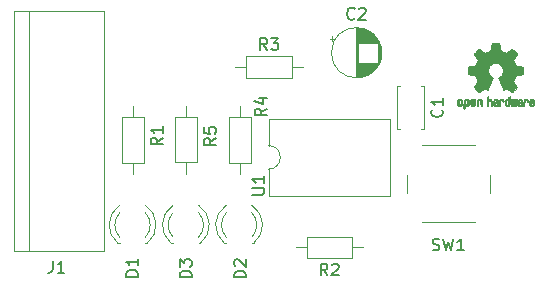
<source format=gbr>
%TF.GenerationSoftware,KiCad,Pcbnew,(6.0.7)*%
%TF.CreationDate,2022-12-22T14:47:10-06:00*%
%TF.ProjectId,Proyecto_1,50726f79-6563-4746-9f5f-312e6b696361,rev?*%
%TF.SameCoordinates,Original*%
%TF.FileFunction,Legend,Top*%
%TF.FilePolarity,Positive*%
%FSLAX46Y46*%
G04 Gerber Fmt 4.6, Leading zero omitted, Abs format (unit mm)*
G04 Created by KiCad (PCBNEW (6.0.7)) date 2022-12-22 14:47:10*
%MOMM*%
%LPD*%
G01*
G04 APERTURE LIST*
%ADD10C,0.150000*%
%ADD11C,0.010000*%
%ADD12C,0.120000*%
G04 APERTURE END LIST*
D10*
%TO.C,SW1*%
X154406666Y-108404761D02*
X154549523Y-108452380D01*
X154787619Y-108452380D01*
X154882857Y-108404761D01*
X154930476Y-108357142D01*
X154978095Y-108261904D01*
X154978095Y-108166666D01*
X154930476Y-108071428D01*
X154882857Y-108023809D01*
X154787619Y-107976190D01*
X154597142Y-107928571D01*
X154501904Y-107880952D01*
X154454285Y-107833333D01*
X154406666Y-107738095D01*
X154406666Y-107642857D01*
X154454285Y-107547619D01*
X154501904Y-107500000D01*
X154597142Y-107452380D01*
X154835238Y-107452380D01*
X154978095Y-107500000D01*
X155311428Y-107452380D02*
X155549523Y-108452380D01*
X155740000Y-107738095D01*
X155930476Y-108452380D01*
X156168571Y-107452380D01*
X157073333Y-108452380D02*
X156501904Y-108452380D01*
X156787619Y-108452380D02*
X156787619Y-107452380D01*
X156692380Y-107595238D01*
X156597142Y-107690476D01*
X156501904Y-107738095D01*
%TO.C,C1*%
X155187142Y-96536666D02*
X155234761Y-96584285D01*
X155282380Y-96727142D01*
X155282380Y-96822380D01*
X155234761Y-96965238D01*
X155139523Y-97060476D01*
X155044285Y-97108095D01*
X154853809Y-97155714D01*
X154710952Y-97155714D01*
X154520476Y-97108095D01*
X154425238Y-97060476D01*
X154330000Y-96965238D01*
X154282380Y-96822380D01*
X154282380Y-96727142D01*
X154330000Y-96584285D01*
X154377619Y-96536666D01*
X155282380Y-95584285D02*
X155282380Y-96155714D01*
X155282380Y-95870000D02*
X154282380Y-95870000D01*
X154425238Y-95965238D01*
X154520476Y-96060476D01*
X154568095Y-96155714D01*
%TO.C,R1*%
X131542380Y-98916666D02*
X131066190Y-99250000D01*
X131542380Y-99488095D02*
X130542380Y-99488095D01*
X130542380Y-99107142D01*
X130590000Y-99011904D01*
X130637619Y-98964285D01*
X130732857Y-98916666D01*
X130875714Y-98916666D01*
X130970952Y-98964285D01*
X131018571Y-99011904D01*
X131066190Y-99107142D01*
X131066190Y-99488095D01*
X131542380Y-97964285D02*
X131542380Y-98535714D01*
X131542380Y-98250000D02*
X130542380Y-98250000D01*
X130685238Y-98345238D01*
X130780476Y-98440476D01*
X130828095Y-98535714D01*
%TO.C,R4*%
X140342380Y-96446666D02*
X139866190Y-96780000D01*
X140342380Y-97018095D02*
X139342380Y-97018095D01*
X139342380Y-96637142D01*
X139390000Y-96541904D01*
X139437619Y-96494285D01*
X139532857Y-96446666D01*
X139675714Y-96446666D01*
X139770952Y-96494285D01*
X139818571Y-96541904D01*
X139866190Y-96637142D01*
X139866190Y-97018095D01*
X139675714Y-95589523D02*
X140342380Y-95589523D01*
X139294761Y-95827619D02*
X140009047Y-96065714D01*
X140009047Y-95446666D01*
%TO.C,D3*%
X133992380Y-110738095D02*
X132992380Y-110738095D01*
X132992380Y-110500000D01*
X133040000Y-110357142D01*
X133135238Y-110261904D01*
X133230476Y-110214285D01*
X133420952Y-110166666D01*
X133563809Y-110166666D01*
X133754285Y-110214285D01*
X133849523Y-110261904D01*
X133944761Y-110357142D01*
X133992380Y-110500000D01*
X133992380Y-110738095D01*
X132992380Y-109833333D02*
X132992380Y-109214285D01*
X133373333Y-109547619D01*
X133373333Y-109404761D01*
X133420952Y-109309523D01*
X133468571Y-109261904D01*
X133563809Y-109214285D01*
X133801904Y-109214285D01*
X133897142Y-109261904D01*
X133944761Y-109309523D01*
X133992380Y-109404761D01*
X133992380Y-109690476D01*
X133944761Y-109785714D01*
X133897142Y-109833333D01*
%TO.C,J1*%
X122226666Y-109342380D02*
X122226666Y-110056666D01*
X122179047Y-110199523D01*
X122083809Y-110294761D01*
X121940952Y-110342380D01*
X121845714Y-110342380D01*
X123226666Y-110342380D02*
X122655238Y-110342380D01*
X122940952Y-110342380D02*
X122940952Y-109342380D01*
X122845714Y-109485238D01*
X122750476Y-109580476D01*
X122655238Y-109628095D01*
%TO.C,U1*%
X139142380Y-103731904D02*
X139951904Y-103731904D01*
X140047142Y-103684285D01*
X140094761Y-103636666D01*
X140142380Y-103541428D01*
X140142380Y-103350952D01*
X140094761Y-103255714D01*
X140047142Y-103208095D01*
X139951904Y-103160476D01*
X139142380Y-103160476D01*
X140142380Y-102160476D02*
X140142380Y-102731904D01*
X140142380Y-102446190D02*
X139142380Y-102446190D01*
X139285238Y-102541428D01*
X139380476Y-102636666D01*
X139428095Y-102731904D01*
%TO.C,R3*%
X140393333Y-91487380D02*
X140060000Y-91011190D01*
X139821904Y-91487380D02*
X139821904Y-90487380D01*
X140202857Y-90487380D01*
X140298095Y-90535000D01*
X140345714Y-90582619D01*
X140393333Y-90677857D01*
X140393333Y-90820714D01*
X140345714Y-90915952D01*
X140298095Y-90963571D01*
X140202857Y-91011190D01*
X139821904Y-91011190D01*
X140726666Y-90487380D02*
X141345714Y-90487380D01*
X141012380Y-90868333D01*
X141155238Y-90868333D01*
X141250476Y-90915952D01*
X141298095Y-90963571D01*
X141345714Y-91058809D01*
X141345714Y-91296904D01*
X141298095Y-91392142D01*
X141250476Y-91439761D01*
X141155238Y-91487380D01*
X140869523Y-91487380D01*
X140774285Y-91439761D01*
X140726666Y-91392142D01*
%TO.C,D1*%
X129452380Y-110678095D02*
X128452380Y-110678095D01*
X128452380Y-110440000D01*
X128500000Y-110297142D01*
X128595238Y-110201904D01*
X128690476Y-110154285D01*
X128880952Y-110106666D01*
X129023809Y-110106666D01*
X129214285Y-110154285D01*
X129309523Y-110201904D01*
X129404761Y-110297142D01*
X129452380Y-110440000D01*
X129452380Y-110678095D01*
X129452380Y-109154285D02*
X129452380Y-109725714D01*
X129452380Y-109440000D02*
X128452380Y-109440000D01*
X128595238Y-109535238D01*
X128690476Y-109630476D01*
X128738095Y-109725714D01*
%TO.C,C2*%
X147790734Y-88822142D02*
X147743115Y-88869761D01*
X147600258Y-88917380D01*
X147505020Y-88917380D01*
X147362162Y-88869761D01*
X147266924Y-88774523D01*
X147219305Y-88679285D01*
X147171686Y-88488809D01*
X147171686Y-88345952D01*
X147219305Y-88155476D01*
X147266924Y-88060238D01*
X147362162Y-87965000D01*
X147505020Y-87917380D01*
X147600258Y-87917380D01*
X147743115Y-87965000D01*
X147790734Y-88012619D01*
X148171686Y-88012619D02*
X148219305Y-87965000D01*
X148314543Y-87917380D01*
X148552639Y-87917380D01*
X148647877Y-87965000D01*
X148695496Y-88012619D01*
X148743115Y-88107857D01*
X148743115Y-88203095D01*
X148695496Y-88345952D01*
X148124067Y-88917380D01*
X148743115Y-88917380D01*
%TO.C,R5*%
X136052380Y-98946666D02*
X135576190Y-99280000D01*
X136052380Y-99518095D02*
X135052380Y-99518095D01*
X135052380Y-99137142D01*
X135100000Y-99041904D01*
X135147619Y-98994285D01*
X135242857Y-98946666D01*
X135385714Y-98946666D01*
X135480952Y-98994285D01*
X135528571Y-99041904D01*
X135576190Y-99137142D01*
X135576190Y-99518095D01*
X135052380Y-98041904D02*
X135052380Y-98518095D01*
X135528571Y-98565714D01*
X135480952Y-98518095D01*
X135433333Y-98422857D01*
X135433333Y-98184761D01*
X135480952Y-98089523D01*
X135528571Y-98041904D01*
X135623809Y-97994285D01*
X135861904Y-97994285D01*
X135957142Y-98041904D01*
X136004761Y-98089523D01*
X136052380Y-98184761D01*
X136052380Y-98422857D01*
X136004761Y-98518095D01*
X135957142Y-98565714D01*
%TO.C,D2*%
X138592380Y-110738095D02*
X137592380Y-110738095D01*
X137592380Y-110500000D01*
X137640000Y-110357142D01*
X137735238Y-110261904D01*
X137830476Y-110214285D01*
X138020952Y-110166666D01*
X138163809Y-110166666D01*
X138354285Y-110214285D01*
X138449523Y-110261904D01*
X138544761Y-110357142D01*
X138592380Y-110500000D01*
X138592380Y-110738095D01*
X137687619Y-109785714D02*
X137640000Y-109738095D01*
X137592380Y-109642857D01*
X137592380Y-109404761D01*
X137640000Y-109309523D01*
X137687619Y-109261904D01*
X137782857Y-109214285D01*
X137878095Y-109214285D01*
X138020952Y-109261904D01*
X138592380Y-109833333D01*
X138592380Y-109214285D01*
%TO.C,R2*%
X145503333Y-110582380D02*
X145170000Y-110106190D01*
X144931904Y-110582380D02*
X144931904Y-109582380D01*
X145312857Y-109582380D01*
X145408095Y-109630000D01*
X145455714Y-109677619D01*
X145503333Y-109772857D01*
X145503333Y-109915714D01*
X145455714Y-110010952D01*
X145408095Y-110058571D01*
X145312857Y-110106190D01*
X144931904Y-110106190D01*
X145884285Y-109677619D02*
X145931904Y-109630000D01*
X146027142Y-109582380D01*
X146265238Y-109582380D01*
X146360476Y-109630000D01*
X146408095Y-109677619D01*
X146455714Y-109772857D01*
X146455714Y-109868095D01*
X146408095Y-110010952D01*
X145836666Y-110582380D01*
X146455714Y-110582380D01*
%TO.C,REF\u002A\u002A*%
G36*
X160259926Y-95639755D02*
G01*
X160325858Y-95664084D01*
X160379273Y-95707117D01*
X160400164Y-95737409D01*
X160422939Y-95792994D01*
X160422466Y-95833186D01*
X160398562Y-95860217D01*
X160389717Y-95864813D01*
X160351530Y-95879144D01*
X160332028Y-95875472D01*
X160325422Y-95851407D01*
X160325086Y-95838114D01*
X160312992Y-95789210D01*
X160281471Y-95754999D01*
X160237659Y-95738476D01*
X160188695Y-95742634D01*
X160148894Y-95764227D01*
X160135450Y-95776544D01*
X160125921Y-95791487D01*
X160119485Y-95814075D01*
X160115317Y-95849328D01*
X160112597Y-95902266D01*
X160110502Y-95977907D01*
X160109960Y-96001857D01*
X160107981Y-96083790D01*
X160105731Y-96141455D01*
X160102357Y-96179608D01*
X160097006Y-96203004D01*
X160088824Y-96216398D01*
X160076959Y-96224545D01*
X160069362Y-96228144D01*
X160037102Y-96240452D01*
X160018111Y-96244514D01*
X160011836Y-96230948D01*
X160008006Y-96189934D01*
X160006600Y-96120999D01*
X160007598Y-96023669D01*
X160007908Y-96008657D01*
X160010101Y-95919859D01*
X160012693Y-95855019D01*
X160016382Y-95809067D01*
X160021864Y-95776935D01*
X160029835Y-95753553D01*
X160040993Y-95733852D01*
X160046830Y-95725410D01*
X160080296Y-95688057D01*
X160117727Y-95659003D01*
X160122309Y-95656467D01*
X160189426Y-95636443D01*
X160259926Y-95639755D01*
G37*
D11*
X160259926Y-95639755D02*
X160325858Y-95664084D01*
X160379273Y-95707117D01*
X160400164Y-95737409D01*
X160422939Y-95792994D01*
X160422466Y-95833186D01*
X160398562Y-95860217D01*
X160389717Y-95864813D01*
X160351530Y-95879144D01*
X160332028Y-95875472D01*
X160325422Y-95851407D01*
X160325086Y-95838114D01*
X160312992Y-95789210D01*
X160281471Y-95754999D01*
X160237659Y-95738476D01*
X160188695Y-95742634D01*
X160148894Y-95764227D01*
X160135450Y-95776544D01*
X160125921Y-95791487D01*
X160119485Y-95814075D01*
X160115317Y-95849328D01*
X160112597Y-95902266D01*
X160110502Y-95977907D01*
X160109960Y-96001857D01*
X160107981Y-96083790D01*
X160105731Y-96141455D01*
X160102357Y-96179608D01*
X160097006Y-96203004D01*
X160088824Y-96216398D01*
X160076959Y-96224545D01*
X160069362Y-96228144D01*
X160037102Y-96240452D01*
X160018111Y-96244514D01*
X160011836Y-96230948D01*
X160008006Y-96189934D01*
X160006600Y-96120999D01*
X160007598Y-96023669D01*
X160007908Y-96008657D01*
X160010101Y-95919859D01*
X160012693Y-95855019D01*
X160016382Y-95809067D01*
X160021864Y-95776935D01*
X160029835Y-95753553D01*
X160040993Y-95733852D01*
X160046830Y-95725410D01*
X160080296Y-95688057D01*
X160117727Y-95659003D01*
X160122309Y-95656467D01*
X160189426Y-95636443D01*
X160259926Y-95639755D01*
G36*
X156467096Y-95798159D02*
G01*
X156472068Y-95761949D01*
X156480713Y-95735299D01*
X156494005Y-95711722D01*
X156496943Y-95707338D01*
X156546313Y-95648249D01*
X156600109Y-95613947D01*
X156665602Y-95600331D01*
X156687842Y-95599665D01*
X156771115Y-95611962D01*
X156839145Y-95647733D01*
X156889351Y-95705301D01*
X156907185Y-95742312D01*
X156921063Y-95797882D01*
X156928167Y-95868096D01*
X156928840Y-95944727D01*
X156923427Y-96019552D01*
X156912270Y-96084342D01*
X156895714Y-96130873D01*
X156890626Y-96138887D01*
X156830355Y-96198707D01*
X156758769Y-96234535D01*
X156681092Y-96245020D01*
X156602548Y-96228810D01*
X156580689Y-96219092D01*
X156538122Y-96189143D01*
X156500763Y-96149433D01*
X156497232Y-96144397D01*
X156482881Y-96120124D01*
X156473394Y-96094178D01*
X156467790Y-96060022D01*
X156465086Y-96011119D01*
X156464299Y-95940935D01*
X156464286Y-95925200D01*
X156464322Y-95920192D01*
X156609429Y-95920192D01*
X156610273Y-95986430D01*
X156613596Y-96030386D01*
X156620583Y-96058779D01*
X156632416Y-96078325D01*
X156638457Y-96084857D01*
X156673186Y-96109680D01*
X156706903Y-96108548D01*
X156740995Y-96087016D01*
X156761329Y-96064029D01*
X156773371Y-96030478D01*
X156780134Y-95977569D01*
X156780598Y-95971399D01*
X156781752Y-95875513D01*
X156769688Y-95804299D01*
X156744570Y-95758194D01*
X156706560Y-95737635D01*
X156692992Y-95736514D01*
X156657364Y-95742152D01*
X156632994Y-95761686D01*
X156618093Y-95799042D01*
X156610875Y-95858150D01*
X156609429Y-95920192D01*
X156464322Y-95920192D01*
X156464826Y-95850413D01*
X156467096Y-95798159D01*
G37*
X156467096Y-95798159D02*
X156472068Y-95761949D01*
X156480713Y-95735299D01*
X156494005Y-95711722D01*
X156496943Y-95707338D01*
X156546313Y-95648249D01*
X156600109Y-95613947D01*
X156665602Y-95600331D01*
X156687842Y-95599665D01*
X156771115Y-95611962D01*
X156839145Y-95647733D01*
X156889351Y-95705301D01*
X156907185Y-95742312D01*
X156921063Y-95797882D01*
X156928167Y-95868096D01*
X156928840Y-95944727D01*
X156923427Y-96019552D01*
X156912270Y-96084342D01*
X156895714Y-96130873D01*
X156890626Y-96138887D01*
X156830355Y-96198707D01*
X156758769Y-96234535D01*
X156681092Y-96245020D01*
X156602548Y-96228810D01*
X156580689Y-96219092D01*
X156538122Y-96189143D01*
X156500763Y-96149433D01*
X156497232Y-96144397D01*
X156482881Y-96120124D01*
X156473394Y-96094178D01*
X156467790Y-96060022D01*
X156465086Y-96011119D01*
X156464299Y-95940935D01*
X156464286Y-95925200D01*
X156464322Y-95920192D01*
X156609429Y-95920192D01*
X156610273Y-95986430D01*
X156613596Y-96030386D01*
X156620583Y-96058779D01*
X156632416Y-96078325D01*
X156638457Y-96084857D01*
X156673186Y-96109680D01*
X156706903Y-96108548D01*
X156740995Y-96087016D01*
X156761329Y-96064029D01*
X156773371Y-96030478D01*
X156780134Y-95977569D01*
X156780598Y-95971399D01*
X156781752Y-95875513D01*
X156769688Y-95804299D01*
X156744570Y-95758194D01*
X156706560Y-95737635D01*
X156692992Y-95736514D01*
X156657364Y-95742152D01*
X156632994Y-95761686D01*
X156618093Y-95799042D01*
X156610875Y-95858150D01*
X156609429Y-95920192D01*
X156464322Y-95920192D01*
X156464826Y-95850413D01*
X156467096Y-95798159D01*
G36*
X160514726Y-95780086D02*
G01*
X160537135Y-95728600D01*
X160572124Y-95688443D01*
X160599375Y-95667861D01*
X160648907Y-95645625D01*
X160706316Y-95635304D01*
X160759682Y-95638067D01*
X160789543Y-95649212D01*
X160801261Y-95652383D01*
X160809037Y-95640557D01*
X160814465Y-95608866D01*
X160818571Y-95560593D01*
X160823067Y-95506829D01*
X160829313Y-95474482D01*
X160840676Y-95455985D01*
X160860528Y-95443770D01*
X160873000Y-95438362D01*
X160920171Y-95418601D01*
X160920117Y-95755358D01*
X160919933Y-95863837D01*
X160919219Y-95947287D01*
X160917675Y-96009704D01*
X160915001Y-96055085D01*
X160910894Y-96087429D01*
X160905055Y-96110733D01*
X160897182Y-96128995D01*
X160891221Y-96139418D01*
X160841855Y-96195945D01*
X160779264Y-96231377D01*
X160710013Y-96244090D01*
X160640668Y-96232463D01*
X160599375Y-96211568D01*
X160556025Y-96175422D01*
X160526481Y-96131276D01*
X160508655Y-96073462D01*
X160500463Y-95996313D01*
X160499302Y-95939714D01*
X160499458Y-95935647D01*
X160600857Y-95935647D01*
X160601476Y-96000550D01*
X160604314Y-96043514D01*
X160610840Y-96071622D01*
X160622523Y-96091953D01*
X160636483Y-96107288D01*
X160683365Y-96136890D01*
X160733701Y-96139419D01*
X160781276Y-96114705D01*
X160784979Y-96111356D01*
X160800783Y-96093935D01*
X160810693Y-96073209D01*
X160816058Y-96042362D01*
X160818228Y-95994577D01*
X160818571Y-95941748D01*
X160817827Y-95875381D01*
X160814748Y-95831106D01*
X160808061Y-95802009D01*
X160796496Y-95781173D01*
X160787013Y-95770107D01*
X160742960Y-95742198D01*
X160692224Y-95738843D01*
X160643796Y-95760159D01*
X160634450Y-95768073D01*
X160618540Y-95785647D01*
X160608610Y-95806587D01*
X160603278Y-95837782D01*
X160601163Y-95886122D01*
X160600857Y-95935647D01*
X160499458Y-95935647D01*
X160502810Y-95848568D01*
X160514726Y-95780086D01*
G37*
X160514726Y-95780086D02*
X160537135Y-95728600D01*
X160572124Y-95688443D01*
X160599375Y-95667861D01*
X160648907Y-95645625D01*
X160706316Y-95635304D01*
X160759682Y-95638067D01*
X160789543Y-95649212D01*
X160801261Y-95652383D01*
X160809037Y-95640557D01*
X160814465Y-95608866D01*
X160818571Y-95560593D01*
X160823067Y-95506829D01*
X160829313Y-95474482D01*
X160840676Y-95455985D01*
X160860528Y-95443770D01*
X160873000Y-95438362D01*
X160920171Y-95418601D01*
X160920117Y-95755358D01*
X160919933Y-95863837D01*
X160919219Y-95947287D01*
X160917675Y-96009704D01*
X160915001Y-96055085D01*
X160910894Y-96087429D01*
X160905055Y-96110733D01*
X160897182Y-96128995D01*
X160891221Y-96139418D01*
X160841855Y-96195945D01*
X160779264Y-96231377D01*
X160710013Y-96244090D01*
X160640668Y-96232463D01*
X160599375Y-96211568D01*
X160556025Y-96175422D01*
X160526481Y-96131276D01*
X160508655Y-96073462D01*
X160500463Y-95996313D01*
X160499302Y-95939714D01*
X160499458Y-95935647D01*
X160600857Y-95935647D01*
X160601476Y-96000550D01*
X160604314Y-96043514D01*
X160610840Y-96071622D01*
X160622523Y-96091953D01*
X160636483Y-96107288D01*
X160683365Y-96136890D01*
X160733701Y-96139419D01*
X160781276Y-96114705D01*
X160784979Y-96111356D01*
X160800783Y-96093935D01*
X160810693Y-96073209D01*
X160816058Y-96042362D01*
X160818228Y-95994577D01*
X160818571Y-95941748D01*
X160817827Y-95875381D01*
X160814748Y-95831106D01*
X160808061Y-95802009D01*
X160796496Y-95781173D01*
X160787013Y-95770107D01*
X160742960Y-95742198D01*
X160692224Y-95738843D01*
X160643796Y-95760159D01*
X160634450Y-95768073D01*
X160618540Y-95785647D01*
X160608610Y-95806587D01*
X160603278Y-95837782D01*
X160601163Y-95886122D01*
X160600857Y-95935647D01*
X160499458Y-95935647D01*
X160502810Y-95848568D01*
X160514726Y-95780086D01*
G36*
X159769744Y-95640968D02*
G01*
X159826616Y-95662087D01*
X159827267Y-95662493D01*
X159862440Y-95688380D01*
X159888407Y-95718633D01*
X159906670Y-95758058D01*
X159918732Y-95811462D01*
X159926096Y-95883651D01*
X159930264Y-95979432D01*
X159930629Y-95993078D01*
X159935876Y-96198842D01*
X159891716Y-96221678D01*
X159859763Y-96237110D01*
X159840470Y-96244423D01*
X159839578Y-96244514D01*
X159836239Y-96231022D01*
X159833587Y-96194626D01*
X159831956Y-96141452D01*
X159831600Y-96098393D01*
X159831592Y-96028641D01*
X159828403Y-95984837D01*
X159817288Y-95963944D01*
X159793501Y-95962925D01*
X159752296Y-95978741D01*
X159690086Y-96007815D01*
X159644341Y-96031963D01*
X159620813Y-96052913D01*
X159613896Y-96075747D01*
X159613886Y-96076877D01*
X159625299Y-96116212D01*
X159659092Y-96137462D01*
X159710809Y-96140539D01*
X159748061Y-96140006D01*
X159767703Y-96150735D01*
X159779952Y-96176505D01*
X159787002Y-96209337D01*
X159776842Y-96227966D01*
X159773017Y-96230632D01*
X159737001Y-96241340D01*
X159686566Y-96242856D01*
X159634626Y-96235759D01*
X159597822Y-96222788D01*
X159546938Y-96179585D01*
X159518014Y-96119446D01*
X159512286Y-96072462D01*
X159516657Y-96030082D01*
X159532475Y-95995488D01*
X159563797Y-95964763D01*
X159614678Y-95933990D01*
X159689176Y-95899252D01*
X159693714Y-95897288D01*
X159760821Y-95866287D01*
X159802232Y-95840862D01*
X159819981Y-95818014D01*
X159816107Y-95794745D01*
X159792643Y-95768056D01*
X159785627Y-95761914D01*
X159738630Y-95738100D01*
X159689933Y-95739103D01*
X159647522Y-95762451D01*
X159619384Y-95805675D01*
X159616769Y-95814160D01*
X159591308Y-95855308D01*
X159559001Y-95875128D01*
X159512286Y-95894770D01*
X159512286Y-95843950D01*
X159526496Y-95770082D01*
X159568675Y-95702327D01*
X159590624Y-95679661D01*
X159640517Y-95650569D01*
X159703967Y-95637400D01*
X159769744Y-95640968D01*
G37*
X159769744Y-95640968D02*
X159826616Y-95662087D01*
X159827267Y-95662493D01*
X159862440Y-95688380D01*
X159888407Y-95718633D01*
X159906670Y-95758058D01*
X159918732Y-95811462D01*
X159926096Y-95883651D01*
X159930264Y-95979432D01*
X159930629Y-95993078D01*
X159935876Y-96198842D01*
X159891716Y-96221678D01*
X159859763Y-96237110D01*
X159840470Y-96244423D01*
X159839578Y-96244514D01*
X159836239Y-96231022D01*
X159833587Y-96194626D01*
X159831956Y-96141452D01*
X159831600Y-96098393D01*
X159831592Y-96028641D01*
X159828403Y-95984837D01*
X159817288Y-95963944D01*
X159793501Y-95962925D01*
X159752296Y-95978741D01*
X159690086Y-96007815D01*
X159644341Y-96031963D01*
X159620813Y-96052913D01*
X159613896Y-96075747D01*
X159613886Y-96076877D01*
X159625299Y-96116212D01*
X159659092Y-96137462D01*
X159710809Y-96140539D01*
X159748061Y-96140006D01*
X159767703Y-96150735D01*
X159779952Y-96176505D01*
X159787002Y-96209337D01*
X159776842Y-96227966D01*
X159773017Y-96230632D01*
X159737001Y-96241340D01*
X159686566Y-96242856D01*
X159634626Y-96235759D01*
X159597822Y-96222788D01*
X159546938Y-96179585D01*
X159518014Y-96119446D01*
X159512286Y-96072462D01*
X159516657Y-96030082D01*
X159532475Y-95995488D01*
X159563797Y-95964763D01*
X159614678Y-95933990D01*
X159689176Y-95899252D01*
X159693714Y-95897288D01*
X159760821Y-95866287D01*
X159802232Y-95840862D01*
X159819981Y-95818014D01*
X159816107Y-95794745D01*
X159792643Y-95768056D01*
X159785627Y-95761914D01*
X159738630Y-95738100D01*
X159689933Y-95739103D01*
X159647522Y-95762451D01*
X159619384Y-95805675D01*
X159616769Y-95814160D01*
X159591308Y-95855308D01*
X159559001Y-95875128D01*
X159512286Y-95894770D01*
X159512286Y-95843950D01*
X159526496Y-95770082D01*
X159568675Y-95702327D01*
X159590624Y-95679661D01*
X159640517Y-95650569D01*
X159703967Y-95637400D01*
X159769744Y-95640968D01*
G36*
X157601550Y-95726212D02*
G01*
X157635456Y-95677302D01*
X157696653Y-95627878D01*
X157764063Y-95603359D01*
X157832880Y-95601797D01*
X157898303Y-95621239D01*
X157955527Y-95659735D01*
X157999749Y-95715335D01*
X158026167Y-95786086D01*
X158031510Y-95838162D01*
X158030903Y-95859893D01*
X158025822Y-95876531D01*
X158011855Y-95891437D01*
X157984589Y-95907973D01*
X157939612Y-95929498D01*
X157872511Y-95959374D01*
X157872171Y-95959524D01*
X157810407Y-95987813D01*
X157759759Y-96012933D01*
X157725404Y-96032179D01*
X157712518Y-96042848D01*
X157712514Y-96042934D01*
X157723872Y-96066166D01*
X157750431Y-96091774D01*
X157780923Y-96110221D01*
X157796370Y-96113886D01*
X157838515Y-96101212D01*
X157874808Y-96069471D01*
X157892517Y-96034572D01*
X157909552Y-96008845D01*
X157942922Y-95979546D01*
X157982149Y-95954235D01*
X158016756Y-95940471D01*
X158023993Y-95939714D01*
X158032139Y-95952160D01*
X158032630Y-95983972D01*
X158026643Y-96026866D01*
X158015357Y-96072558D01*
X157999950Y-96112761D01*
X157999171Y-96114322D01*
X157952804Y-96179062D01*
X157892711Y-96223097D01*
X157824465Y-96244711D01*
X157753638Y-96242185D01*
X157685804Y-96213804D01*
X157682788Y-96211808D01*
X157629427Y-96163448D01*
X157594340Y-96100352D01*
X157574922Y-96017387D01*
X157572316Y-95994078D01*
X157567701Y-95884055D01*
X157573233Y-95832748D01*
X157712514Y-95832748D01*
X157714324Y-95864753D01*
X157724222Y-95874093D01*
X157748898Y-95867105D01*
X157787795Y-95850587D01*
X157831275Y-95829881D01*
X157832356Y-95829333D01*
X157869209Y-95809949D01*
X157884000Y-95797013D01*
X157880353Y-95783451D01*
X157864995Y-95765632D01*
X157825923Y-95739845D01*
X157783846Y-95737950D01*
X157746103Y-95756717D01*
X157720034Y-95792915D01*
X157712514Y-95832748D01*
X157573233Y-95832748D01*
X157577194Y-95796027D01*
X157601550Y-95726212D01*
G37*
X157601550Y-95726212D02*
X157635456Y-95677302D01*
X157696653Y-95627878D01*
X157764063Y-95603359D01*
X157832880Y-95601797D01*
X157898303Y-95621239D01*
X157955527Y-95659735D01*
X157999749Y-95715335D01*
X158026167Y-95786086D01*
X158031510Y-95838162D01*
X158030903Y-95859893D01*
X158025822Y-95876531D01*
X158011855Y-95891437D01*
X157984589Y-95907973D01*
X157939612Y-95929498D01*
X157872511Y-95959374D01*
X157872171Y-95959524D01*
X157810407Y-95987813D01*
X157759759Y-96012933D01*
X157725404Y-96032179D01*
X157712518Y-96042848D01*
X157712514Y-96042934D01*
X157723872Y-96066166D01*
X157750431Y-96091774D01*
X157780923Y-96110221D01*
X157796370Y-96113886D01*
X157838515Y-96101212D01*
X157874808Y-96069471D01*
X157892517Y-96034572D01*
X157909552Y-96008845D01*
X157942922Y-95979546D01*
X157982149Y-95954235D01*
X158016756Y-95940471D01*
X158023993Y-95939714D01*
X158032139Y-95952160D01*
X158032630Y-95983972D01*
X158026643Y-96026866D01*
X158015357Y-96072558D01*
X157999950Y-96112761D01*
X157999171Y-96114322D01*
X157952804Y-96179062D01*
X157892711Y-96223097D01*
X157824465Y-96244711D01*
X157753638Y-96242185D01*
X157685804Y-96213804D01*
X157682788Y-96211808D01*
X157629427Y-96163448D01*
X157594340Y-96100352D01*
X157574922Y-96017387D01*
X157572316Y-95994078D01*
X157567701Y-95884055D01*
X157573233Y-95832748D01*
X157712514Y-95832748D01*
X157714324Y-95864753D01*
X157724222Y-95874093D01*
X157748898Y-95867105D01*
X157787795Y-95850587D01*
X157831275Y-95829881D01*
X157832356Y-95829333D01*
X157869209Y-95809949D01*
X157884000Y-95797013D01*
X157880353Y-95783451D01*
X157864995Y-95765632D01*
X157825923Y-95739845D01*
X157783846Y-95737950D01*
X157746103Y-95756717D01*
X157720034Y-95792915D01*
X157712514Y-95832748D01*
X157573233Y-95832748D01*
X157577194Y-95796027D01*
X157601550Y-95726212D01*
G36*
X159105886Y-95541289D02*
G01*
X159110139Y-95600613D01*
X159115025Y-95635572D01*
X159121795Y-95650820D01*
X159131702Y-95651015D01*
X159134914Y-95649195D01*
X159177644Y-95636015D01*
X159233227Y-95636785D01*
X159289737Y-95650333D01*
X159325082Y-95667861D01*
X159361321Y-95695861D01*
X159387813Y-95727549D01*
X159405999Y-95767813D01*
X159417322Y-95821543D01*
X159423222Y-95893626D01*
X159425143Y-95988951D01*
X159425177Y-96007237D01*
X159425200Y-96212646D01*
X159379491Y-96228580D01*
X159347027Y-96239420D01*
X159329215Y-96244468D01*
X159328691Y-96244514D01*
X159326937Y-96230828D01*
X159325444Y-96193076D01*
X159324326Y-96136224D01*
X159323697Y-96065234D01*
X159323600Y-96022073D01*
X159323398Y-95936973D01*
X159322358Y-95875981D01*
X159319831Y-95834177D01*
X159315164Y-95806642D01*
X159307707Y-95788456D01*
X159296811Y-95774698D01*
X159290007Y-95768073D01*
X159243272Y-95741375D01*
X159192272Y-95739375D01*
X159146001Y-95761955D01*
X159137444Y-95770107D01*
X159124893Y-95785436D01*
X159116188Y-95803618D01*
X159110631Y-95829909D01*
X159107526Y-95869562D01*
X159106176Y-95927832D01*
X159105886Y-96008173D01*
X159105886Y-96212646D01*
X159060177Y-96228580D01*
X159027713Y-96239420D01*
X159009901Y-96244468D01*
X159009377Y-96244514D01*
X159008037Y-96230623D01*
X159006828Y-96191439D01*
X159005801Y-96130700D01*
X159005002Y-96052141D01*
X159004481Y-95959498D01*
X159004286Y-95856509D01*
X159004286Y-95459342D01*
X159051457Y-95439444D01*
X159098629Y-95419547D01*
X159105886Y-95541289D01*
G37*
X159105886Y-95541289D02*
X159110139Y-95600613D01*
X159115025Y-95635572D01*
X159121795Y-95650820D01*
X159131702Y-95651015D01*
X159134914Y-95649195D01*
X159177644Y-95636015D01*
X159233227Y-95636785D01*
X159289737Y-95650333D01*
X159325082Y-95667861D01*
X159361321Y-95695861D01*
X159387813Y-95727549D01*
X159405999Y-95767813D01*
X159417322Y-95821543D01*
X159423222Y-95893626D01*
X159425143Y-95988951D01*
X159425177Y-96007237D01*
X159425200Y-96212646D01*
X159379491Y-96228580D01*
X159347027Y-96239420D01*
X159329215Y-96244468D01*
X159328691Y-96244514D01*
X159326937Y-96230828D01*
X159325444Y-96193076D01*
X159324326Y-96136224D01*
X159323697Y-96065234D01*
X159323600Y-96022073D01*
X159323398Y-95936973D01*
X159322358Y-95875981D01*
X159319831Y-95834177D01*
X159315164Y-95806642D01*
X159307707Y-95788456D01*
X159296811Y-95774698D01*
X159290007Y-95768073D01*
X159243272Y-95741375D01*
X159192272Y-95739375D01*
X159146001Y-95761955D01*
X159137444Y-95770107D01*
X159124893Y-95785436D01*
X159116188Y-95803618D01*
X159110631Y-95829909D01*
X159107526Y-95869562D01*
X159106176Y-95927832D01*
X159105886Y-96008173D01*
X159105886Y-96212646D01*
X159060177Y-96228580D01*
X159027713Y-96239420D01*
X159009901Y-96244468D01*
X159009377Y-96244514D01*
X159008037Y-96230623D01*
X159006828Y-96191439D01*
X159005801Y-96130700D01*
X159005002Y-96052141D01*
X159004481Y-95959498D01*
X159004286Y-95856509D01*
X159004286Y-95459342D01*
X159051457Y-95439444D01*
X159098629Y-95419547D01*
X159105886Y-95541289D01*
G36*
X161874876Y-95646335D02*
G01*
X161916667Y-95665344D01*
X161949469Y-95688378D01*
X161973503Y-95714133D01*
X161990097Y-95747358D01*
X162000577Y-95792800D01*
X162006271Y-95855207D01*
X162008507Y-95939327D01*
X162008743Y-95994721D01*
X162008743Y-96210826D01*
X161971774Y-96227670D01*
X161942656Y-96239981D01*
X161928231Y-96244514D01*
X161925472Y-96231025D01*
X161923282Y-96194653D01*
X161921942Y-96141542D01*
X161921657Y-96099372D01*
X161920434Y-96038447D01*
X161917136Y-95990115D01*
X161912321Y-95960518D01*
X161908496Y-95954229D01*
X161882783Y-95960652D01*
X161842418Y-95977125D01*
X161795679Y-95999458D01*
X161750845Y-96023457D01*
X161716193Y-96044930D01*
X161700002Y-96059685D01*
X161699938Y-96059845D01*
X161701330Y-96087152D01*
X161713818Y-96113219D01*
X161735743Y-96134392D01*
X161767743Y-96141474D01*
X161795092Y-96140649D01*
X161833826Y-96140042D01*
X161854158Y-96149116D01*
X161866369Y-96173092D01*
X161867909Y-96177613D01*
X161873203Y-96211806D01*
X161859047Y-96232568D01*
X161822148Y-96242462D01*
X161782289Y-96244292D01*
X161710562Y-96230727D01*
X161673432Y-96211355D01*
X161627576Y-96165845D01*
X161603256Y-96109983D01*
X161601073Y-96050957D01*
X161621629Y-95995953D01*
X161652549Y-95961486D01*
X161683420Y-95942189D01*
X161731942Y-95917759D01*
X161788485Y-95892985D01*
X161797910Y-95889199D01*
X161860019Y-95861791D01*
X161895822Y-95837634D01*
X161907337Y-95813619D01*
X161896580Y-95786635D01*
X161878114Y-95765543D01*
X161834469Y-95739572D01*
X161786446Y-95737624D01*
X161742406Y-95757637D01*
X161710709Y-95797551D01*
X161706549Y-95807848D01*
X161682327Y-95845724D01*
X161646965Y-95873842D01*
X161602343Y-95896917D01*
X161602343Y-95831485D01*
X161604969Y-95791506D01*
X161616230Y-95759997D01*
X161641199Y-95726378D01*
X161665169Y-95700484D01*
X161702441Y-95663817D01*
X161731401Y-95644121D01*
X161762505Y-95636220D01*
X161797713Y-95634914D01*
X161874876Y-95646335D01*
G37*
X161874876Y-95646335D02*
X161916667Y-95665344D01*
X161949469Y-95688378D01*
X161973503Y-95714133D01*
X161990097Y-95747358D01*
X162000577Y-95792800D01*
X162006271Y-95855207D01*
X162008507Y-95939327D01*
X162008743Y-95994721D01*
X162008743Y-96210826D01*
X161971774Y-96227670D01*
X161942656Y-96239981D01*
X161928231Y-96244514D01*
X161925472Y-96231025D01*
X161923282Y-96194653D01*
X161921942Y-96141542D01*
X161921657Y-96099372D01*
X161920434Y-96038447D01*
X161917136Y-95990115D01*
X161912321Y-95960518D01*
X161908496Y-95954229D01*
X161882783Y-95960652D01*
X161842418Y-95977125D01*
X161795679Y-95999458D01*
X161750845Y-96023457D01*
X161716193Y-96044930D01*
X161700002Y-96059685D01*
X161699938Y-96059845D01*
X161701330Y-96087152D01*
X161713818Y-96113219D01*
X161735743Y-96134392D01*
X161767743Y-96141474D01*
X161795092Y-96140649D01*
X161833826Y-96140042D01*
X161854158Y-96149116D01*
X161866369Y-96173092D01*
X161867909Y-96177613D01*
X161873203Y-96211806D01*
X161859047Y-96232568D01*
X161822148Y-96242462D01*
X161782289Y-96244292D01*
X161710562Y-96230727D01*
X161673432Y-96211355D01*
X161627576Y-96165845D01*
X161603256Y-96109983D01*
X161601073Y-96050957D01*
X161621629Y-95995953D01*
X161652549Y-95961486D01*
X161683420Y-95942189D01*
X161731942Y-95917759D01*
X161788485Y-95892985D01*
X161797910Y-95889199D01*
X161860019Y-95861791D01*
X161895822Y-95837634D01*
X161907337Y-95813619D01*
X161896580Y-95786635D01*
X161878114Y-95765543D01*
X161834469Y-95739572D01*
X161786446Y-95737624D01*
X161742406Y-95757637D01*
X161710709Y-95797551D01*
X161706549Y-95807848D01*
X161682327Y-95845724D01*
X161646965Y-95873842D01*
X161602343Y-95896917D01*
X161602343Y-95831485D01*
X161604969Y-95791506D01*
X161616230Y-95759997D01*
X161641199Y-95726378D01*
X161665169Y-95700484D01*
X161702441Y-95663817D01*
X161731401Y-95644121D01*
X161762505Y-95636220D01*
X161797713Y-95634914D01*
X161874876Y-95646335D01*
G36*
X157023677Y-95840333D02*
G01*
X157026450Y-95792958D01*
X157030388Y-95759290D01*
X157035849Y-95735498D01*
X157043192Y-95717753D01*
X157052777Y-95702224D01*
X157056887Y-95696381D01*
X157111405Y-95641185D01*
X157180336Y-95609890D01*
X157260072Y-95601165D01*
X157329744Y-95609918D01*
X157385201Y-95637568D01*
X157434148Y-95688480D01*
X157447629Y-95707338D01*
X157462314Y-95732015D01*
X157471842Y-95758816D01*
X157477293Y-95794587D01*
X157479747Y-95846169D01*
X157480286Y-95914267D01*
X157477852Y-96007588D01*
X157469394Y-96077657D01*
X157453174Y-96129931D01*
X157427454Y-96169869D01*
X157390497Y-96202929D01*
X157387782Y-96204886D01*
X157351360Y-96224908D01*
X157307502Y-96234815D01*
X157251724Y-96237257D01*
X157161048Y-96237257D01*
X157161010Y-96325283D01*
X157160166Y-96374308D01*
X157155024Y-96403065D01*
X157141587Y-96420311D01*
X157115858Y-96434808D01*
X157109679Y-96437769D01*
X157080764Y-96451648D01*
X157058376Y-96460414D01*
X157041729Y-96461171D01*
X157030036Y-96451023D01*
X157022510Y-96427073D01*
X157018366Y-96386426D01*
X157016815Y-96326186D01*
X157017071Y-96243455D01*
X157018349Y-96135339D01*
X157018748Y-96103000D01*
X157020185Y-95991524D01*
X157021472Y-95918603D01*
X157160971Y-95918603D01*
X157161755Y-95980499D01*
X157165240Y-96020997D01*
X157173124Y-96047708D01*
X157187105Y-96068244D01*
X157196597Y-96078260D01*
X157235404Y-96107567D01*
X157269763Y-96109952D01*
X157305216Y-96085750D01*
X157306114Y-96084857D01*
X157320539Y-96066153D01*
X157329313Y-96040732D01*
X157333739Y-96001584D01*
X157335118Y-95941697D01*
X157335143Y-95928430D01*
X157331812Y-95845901D01*
X157320969Y-95788691D01*
X157301340Y-95753766D01*
X157271650Y-95738094D01*
X157254491Y-95736514D01*
X157213766Y-95743926D01*
X157185832Y-95768330D01*
X157169017Y-95812980D01*
X157161650Y-95881130D01*
X157160971Y-95918603D01*
X157021472Y-95918603D01*
X157021708Y-95905245D01*
X157023677Y-95840333D01*
G37*
X157023677Y-95840333D02*
X157026450Y-95792958D01*
X157030388Y-95759290D01*
X157035849Y-95735498D01*
X157043192Y-95717753D01*
X157052777Y-95702224D01*
X157056887Y-95696381D01*
X157111405Y-95641185D01*
X157180336Y-95609890D01*
X157260072Y-95601165D01*
X157329744Y-95609918D01*
X157385201Y-95637568D01*
X157434148Y-95688480D01*
X157447629Y-95707338D01*
X157462314Y-95732015D01*
X157471842Y-95758816D01*
X157477293Y-95794587D01*
X157479747Y-95846169D01*
X157480286Y-95914267D01*
X157477852Y-96007588D01*
X157469394Y-96077657D01*
X157453174Y-96129931D01*
X157427454Y-96169869D01*
X157390497Y-96202929D01*
X157387782Y-96204886D01*
X157351360Y-96224908D01*
X157307502Y-96234815D01*
X157251724Y-96237257D01*
X157161048Y-96237257D01*
X157161010Y-96325283D01*
X157160166Y-96374308D01*
X157155024Y-96403065D01*
X157141587Y-96420311D01*
X157115858Y-96434808D01*
X157109679Y-96437769D01*
X157080764Y-96451648D01*
X157058376Y-96460414D01*
X157041729Y-96461171D01*
X157030036Y-96451023D01*
X157022510Y-96427073D01*
X157018366Y-96386426D01*
X157016815Y-96326186D01*
X157017071Y-96243455D01*
X157018349Y-96135339D01*
X157018748Y-96103000D01*
X157020185Y-95991524D01*
X157021472Y-95918603D01*
X157160971Y-95918603D01*
X157161755Y-95980499D01*
X157165240Y-96020997D01*
X157173124Y-96047708D01*
X157187105Y-96068244D01*
X157196597Y-96078260D01*
X157235404Y-96107567D01*
X157269763Y-96109952D01*
X157305216Y-96085750D01*
X157306114Y-96084857D01*
X157320539Y-96066153D01*
X157329313Y-96040732D01*
X157333739Y-96001584D01*
X157335118Y-95941697D01*
X157335143Y-95928430D01*
X157331812Y-95845901D01*
X157320969Y-95788691D01*
X157301340Y-95753766D01*
X157271650Y-95738094D01*
X157254491Y-95736514D01*
X157213766Y-95743926D01*
X157185832Y-95768330D01*
X157169017Y-95812980D01*
X157161650Y-95881130D01*
X157160971Y-95918603D01*
X157021472Y-95918603D01*
X157021708Y-95905245D01*
X157023677Y-95840333D01*
G36*
X161509833Y-95648663D02*
G01*
X161512048Y-95686850D01*
X161513784Y-95744886D01*
X161514899Y-95818180D01*
X161515257Y-95895055D01*
X161515257Y-96155196D01*
X161469326Y-96201127D01*
X161437675Y-96229429D01*
X161409890Y-96240893D01*
X161371915Y-96240168D01*
X161356840Y-96238321D01*
X161309726Y-96232948D01*
X161270756Y-96229869D01*
X161261257Y-96229585D01*
X161229233Y-96231445D01*
X161183432Y-96236114D01*
X161165674Y-96238321D01*
X161122057Y-96241735D01*
X161092745Y-96234320D01*
X161063680Y-96211427D01*
X161053188Y-96201127D01*
X161007257Y-96155196D01*
X161007257Y-95668602D01*
X161044226Y-95651758D01*
X161076059Y-95639282D01*
X161094683Y-95634914D01*
X161099458Y-95648718D01*
X161103921Y-95687286D01*
X161107775Y-95746356D01*
X161110722Y-95821663D01*
X161112143Y-95885286D01*
X161116114Y-96135657D01*
X161150759Y-96140556D01*
X161182268Y-96137131D01*
X161197708Y-96126041D01*
X161202023Y-96105308D01*
X161205708Y-96061145D01*
X161208469Y-95999146D01*
X161210012Y-95924909D01*
X161210235Y-95886706D01*
X161210457Y-95666783D01*
X161256166Y-95650849D01*
X161288518Y-95640015D01*
X161306115Y-95634962D01*
X161306623Y-95634914D01*
X161308388Y-95648648D01*
X161310329Y-95686730D01*
X161312282Y-95744482D01*
X161314084Y-95817227D01*
X161315343Y-95885286D01*
X161319314Y-96135657D01*
X161406400Y-96135657D01*
X161410396Y-95907240D01*
X161414392Y-95678822D01*
X161456847Y-95656868D01*
X161488192Y-95641793D01*
X161506744Y-95634951D01*
X161507279Y-95634914D01*
X161509833Y-95648663D01*
G37*
X161509833Y-95648663D02*
X161512048Y-95686850D01*
X161513784Y-95744886D01*
X161514899Y-95818180D01*
X161515257Y-95895055D01*
X161515257Y-96155196D01*
X161469326Y-96201127D01*
X161437675Y-96229429D01*
X161409890Y-96240893D01*
X161371915Y-96240168D01*
X161356840Y-96238321D01*
X161309726Y-96232948D01*
X161270756Y-96229869D01*
X161261257Y-96229585D01*
X161229233Y-96231445D01*
X161183432Y-96236114D01*
X161165674Y-96238321D01*
X161122057Y-96241735D01*
X161092745Y-96234320D01*
X161063680Y-96211427D01*
X161053188Y-96201127D01*
X161007257Y-96155196D01*
X161007257Y-95668602D01*
X161044226Y-95651758D01*
X161076059Y-95639282D01*
X161094683Y-95634914D01*
X161099458Y-95648718D01*
X161103921Y-95687286D01*
X161107775Y-95746356D01*
X161110722Y-95821663D01*
X161112143Y-95885286D01*
X161116114Y-96135657D01*
X161150759Y-96140556D01*
X161182268Y-96137131D01*
X161197708Y-96126041D01*
X161202023Y-96105308D01*
X161205708Y-96061145D01*
X161208469Y-95999146D01*
X161210012Y-95924909D01*
X161210235Y-95886706D01*
X161210457Y-95666783D01*
X161256166Y-95650849D01*
X161288518Y-95640015D01*
X161306115Y-95634962D01*
X161306623Y-95634914D01*
X161308388Y-95648648D01*
X161310329Y-95686730D01*
X161312282Y-95744482D01*
X161314084Y-95817227D01*
X161315343Y-95885286D01*
X161319314Y-96135657D01*
X161406400Y-96135657D01*
X161410396Y-95907240D01*
X161414392Y-95678822D01*
X161456847Y-95656868D01*
X161488192Y-95641793D01*
X161506744Y-95634951D01*
X161507279Y-95634914D01*
X161509833Y-95648663D01*
G36*
X162598196Y-95785384D02*
G01*
X162611884Y-95736695D01*
X162634096Y-95700849D01*
X162666574Y-95672513D01*
X162680733Y-95663355D01*
X162745053Y-95639507D01*
X162815473Y-95638006D01*
X162883595Y-95656966D01*
X162941021Y-95694497D01*
X162968719Y-95728096D01*
X162990662Y-95789064D01*
X162992405Y-95837308D01*
X162988457Y-95901816D01*
X162839686Y-95966934D01*
X162767349Y-96000202D01*
X162720084Y-96026964D01*
X162695507Y-96050144D01*
X162691237Y-96072667D01*
X162704889Y-96097455D01*
X162719943Y-96113886D01*
X162763746Y-96140235D01*
X162811389Y-96142081D01*
X162855145Y-96121546D01*
X162887289Y-96080752D01*
X162893038Y-96066347D01*
X162920576Y-96021356D01*
X162952258Y-96002182D01*
X162995714Y-95985779D01*
X162995714Y-96047966D01*
X162991872Y-96090283D01*
X162976823Y-96125969D01*
X162945280Y-96166943D01*
X162940592Y-96172267D01*
X162905506Y-96208720D01*
X162875347Y-96228283D01*
X162837615Y-96237283D01*
X162806335Y-96240230D01*
X162750385Y-96240965D01*
X162710555Y-96231660D01*
X162685708Y-96217846D01*
X162646656Y-96187467D01*
X162619625Y-96154613D01*
X162602517Y-96113294D01*
X162593238Y-96057521D01*
X162589693Y-95981305D01*
X162589410Y-95942622D01*
X162590372Y-95896247D01*
X162678007Y-95896247D01*
X162679023Y-95921126D01*
X162681556Y-95925200D01*
X162698274Y-95919665D01*
X162734249Y-95905017D01*
X162782331Y-95884190D01*
X162792386Y-95879714D01*
X162853152Y-95848814D01*
X162886632Y-95821657D01*
X162893990Y-95796220D01*
X162876391Y-95770481D01*
X162861856Y-95759109D01*
X162809410Y-95736364D01*
X162760322Y-95740122D01*
X162719227Y-95767884D01*
X162690758Y-95817152D01*
X162681631Y-95856257D01*
X162678007Y-95896247D01*
X162590372Y-95896247D01*
X162591285Y-95852249D01*
X162598196Y-95785384D01*
G37*
X162598196Y-95785384D02*
X162611884Y-95736695D01*
X162634096Y-95700849D01*
X162666574Y-95672513D01*
X162680733Y-95663355D01*
X162745053Y-95639507D01*
X162815473Y-95638006D01*
X162883595Y-95656966D01*
X162941021Y-95694497D01*
X162968719Y-95728096D01*
X162990662Y-95789064D01*
X162992405Y-95837308D01*
X162988457Y-95901816D01*
X162839686Y-95966934D01*
X162767349Y-96000202D01*
X162720084Y-96026964D01*
X162695507Y-96050144D01*
X162691237Y-96072667D01*
X162704889Y-96097455D01*
X162719943Y-96113886D01*
X162763746Y-96140235D01*
X162811389Y-96142081D01*
X162855145Y-96121546D01*
X162887289Y-96080752D01*
X162893038Y-96066347D01*
X162920576Y-96021356D01*
X162952258Y-96002182D01*
X162995714Y-95985779D01*
X162995714Y-96047966D01*
X162991872Y-96090283D01*
X162976823Y-96125969D01*
X162945280Y-96166943D01*
X162940592Y-96172267D01*
X162905506Y-96208720D01*
X162875347Y-96228283D01*
X162837615Y-96237283D01*
X162806335Y-96240230D01*
X162750385Y-96240965D01*
X162710555Y-96231660D01*
X162685708Y-96217846D01*
X162646656Y-96187467D01*
X162619625Y-96154613D01*
X162602517Y-96113294D01*
X162593238Y-96057521D01*
X162589693Y-95981305D01*
X162589410Y-95942622D01*
X162590372Y-95896247D01*
X162678007Y-95896247D01*
X162679023Y-95921126D01*
X162681556Y-95925200D01*
X162698274Y-95919665D01*
X162734249Y-95905017D01*
X162782331Y-95884190D01*
X162792386Y-95879714D01*
X162853152Y-95848814D01*
X162886632Y-95821657D01*
X162893990Y-95796220D01*
X162876391Y-95770481D01*
X162861856Y-95759109D01*
X162809410Y-95736364D01*
X162760322Y-95740122D01*
X162719227Y-95767884D01*
X162690758Y-95817152D01*
X162681631Y-95856257D01*
X162678007Y-95896247D01*
X162590372Y-95896247D01*
X162591285Y-95852249D01*
X162598196Y-95785384D01*
G36*
X162382600Y-95648752D02*
G01*
X162399948Y-95656334D01*
X162441356Y-95689128D01*
X162476765Y-95736547D01*
X162498664Y-95787151D01*
X162502229Y-95812098D01*
X162490279Y-95846927D01*
X162464067Y-95865357D01*
X162435964Y-95876516D01*
X162423095Y-95878572D01*
X162416829Y-95863649D01*
X162404456Y-95831175D01*
X162399028Y-95816502D01*
X162368590Y-95765744D01*
X162324520Y-95740427D01*
X162268010Y-95741206D01*
X162263825Y-95742203D01*
X162233655Y-95756507D01*
X162211476Y-95784393D01*
X162196327Y-95829287D01*
X162187250Y-95894615D01*
X162183286Y-95983804D01*
X162182914Y-96031261D01*
X162182730Y-96106071D01*
X162181522Y-96157069D01*
X162178309Y-96189471D01*
X162172109Y-96208495D01*
X162161940Y-96219356D01*
X162146819Y-96227272D01*
X162145946Y-96227670D01*
X162116828Y-96239981D01*
X162102403Y-96244514D01*
X162100186Y-96230809D01*
X162098289Y-96192925D01*
X162096847Y-96135715D01*
X162095998Y-96064027D01*
X162095829Y-96011565D01*
X162096692Y-95910047D01*
X162100070Y-95833032D01*
X162107142Y-95776023D01*
X162119088Y-95734526D01*
X162137090Y-95704043D01*
X162162327Y-95680080D01*
X162187247Y-95663355D01*
X162247171Y-95641097D01*
X162316911Y-95636076D01*
X162382600Y-95648752D01*
G37*
X162382600Y-95648752D02*
X162399948Y-95656334D01*
X162441356Y-95689128D01*
X162476765Y-95736547D01*
X162498664Y-95787151D01*
X162502229Y-95812098D01*
X162490279Y-95846927D01*
X162464067Y-95865357D01*
X162435964Y-95876516D01*
X162423095Y-95878572D01*
X162416829Y-95863649D01*
X162404456Y-95831175D01*
X162399028Y-95816502D01*
X162368590Y-95765744D01*
X162324520Y-95740427D01*
X162268010Y-95741206D01*
X162263825Y-95742203D01*
X162233655Y-95756507D01*
X162211476Y-95784393D01*
X162196327Y-95829287D01*
X162187250Y-95894615D01*
X162183286Y-95983804D01*
X162182914Y-96031261D01*
X162182730Y-96106071D01*
X162181522Y-96157069D01*
X162178309Y-96189471D01*
X162172109Y-96208495D01*
X162161940Y-96219356D01*
X162146819Y-96227272D01*
X162145946Y-96227670D01*
X162116828Y-96239981D01*
X162102403Y-96244514D01*
X162100186Y-96230809D01*
X162098289Y-96192925D01*
X162096847Y-96135715D01*
X162095998Y-96064027D01*
X162095829Y-96011565D01*
X162096692Y-95910047D01*
X162100070Y-95833032D01*
X162107142Y-95776023D01*
X162119088Y-95734526D01*
X162137090Y-95704043D01*
X162162327Y-95680080D01*
X162187247Y-95663355D01*
X162247171Y-95641097D01*
X162316911Y-95636076D01*
X162382600Y-95648752D01*
G36*
X158446093Y-95617780D02*
G01*
X158492672Y-95644723D01*
X158525057Y-95671466D01*
X158548742Y-95699484D01*
X158565059Y-95733748D01*
X158575339Y-95779227D01*
X158580914Y-95840892D01*
X158583116Y-95923711D01*
X158583371Y-95983246D01*
X158583371Y-96202391D01*
X158521686Y-96230044D01*
X158460000Y-96257697D01*
X158452743Y-96017670D01*
X158449744Y-95928028D01*
X158446598Y-95862962D01*
X158442701Y-95818026D01*
X158437447Y-95788770D01*
X158430231Y-95770748D01*
X158420450Y-95759511D01*
X158417312Y-95757079D01*
X158369761Y-95738083D01*
X158321697Y-95745600D01*
X158293086Y-95765543D01*
X158281447Y-95779675D01*
X158273391Y-95798220D01*
X158268271Y-95826334D01*
X158265441Y-95869173D01*
X158264256Y-95931895D01*
X158264057Y-95997261D01*
X158264018Y-96079268D01*
X158262614Y-96137316D01*
X158257914Y-96176465D01*
X158247987Y-96201780D01*
X158230903Y-96218323D01*
X158204732Y-96231156D01*
X158169775Y-96244491D01*
X158131596Y-96259007D01*
X158136141Y-96001389D01*
X158137971Y-95908519D01*
X158140112Y-95839889D01*
X158143181Y-95790711D01*
X158147794Y-95756198D01*
X158154568Y-95731562D01*
X158164119Y-95712016D01*
X158175634Y-95694770D01*
X158231190Y-95639680D01*
X158298980Y-95607822D01*
X158372713Y-95600191D01*
X158446093Y-95617780D01*
G37*
X158446093Y-95617780D02*
X158492672Y-95644723D01*
X158525057Y-95671466D01*
X158548742Y-95699484D01*
X158565059Y-95733748D01*
X158575339Y-95779227D01*
X158580914Y-95840892D01*
X158583116Y-95923711D01*
X158583371Y-95983246D01*
X158583371Y-96202391D01*
X158521686Y-96230044D01*
X158460000Y-96257697D01*
X158452743Y-96017670D01*
X158449744Y-95928028D01*
X158446598Y-95862962D01*
X158442701Y-95818026D01*
X158437447Y-95788770D01*
X158430231Y-95770748D01*
X158420450Y-95759511D01*
X158417312Y-95757079D01*
X158369761Y-95738083D01*
X158321697Y-95745600D01*
X158293086Y-95765543D01*
X158281447Y-95779675D01*
X158273391Y-95798220D01*
X158268271Y-95826334D01*
X158265441Y-95869173D01*
X158264256Y-95931895D01*
X158264057Y-95997261D01*
X158264018Y-96079268D01*
X158262614Y-96137316D01*
X158257914Y-96176465D01*
X158247987Y-96201780D01*
X158230903Y-96218323D01*
X158204732Y-96231156D01*
X158169775Y-96244491D01*
X158131596Y-96259007D01*
X158136141Y-96001389D01*
X158137971Y-95908519D01*
X158140112Y-95839889D01*
X158143181Y-95790711D01*
X158147794Y-95756198D01*
X158154568Y-95731562D01*
X158164119Y-95712016D01*
X158175634Y-95694770D01*
X158231190Y-95639680D01*
X158298980Y-95607822D01*
X158372713Y-95600191D01*
X158446093Y-95617780D01*
G36*
X159833910Y-90932348D02*
G01*
X159912454Y-90932778D01*
X159969298Y-90933942D01*
X160008105Y-90936207D01*
X160032538Y-90939940D01*
X160046262Y-90945506D01*
X160052940Y-90953273D01*
X160056236Y-90963605D01*
X160056556Y-90964943D01*
X160061562Y-90989079D01*
X160070829Y-91036701D01*
X160083392Y-91102741D01*
X160098287Y-91182128D01*
X160114551Y-91269796D01*
X160115119Y-91272875D01*
X160131410Y-91358789D01*
X160146652Y-91434696D01*
X160159861Y-91496045D01*
X160170054Y-91538282D01*
X160176248Y-91556855D01*
X160176543Y-91557184D01*
X160194788Y-91566253D01*
X160232405Y-91581367D01*
X160281271Y-91599262D01*
X160281543Y-91599358D01*
X160343093Y-91622493D01*
X160415657Y-91651965D01*
X160484057Y-91681597D01*
X160487294Y-91683062D01*
X160598702Y-91733626D01*
X160845399Y-91565160D01*
X160921077Y-91513803D01*
X160989631Y-91467889D01*
X161047088Y-91430030D01*
X161089476Y-91402837D01*
X161112825Y-91388921D01*
X161115042Y-91387889D01*
X161132010Y-91392484D01*
X161163701Y-91414655D01*
X161211352Y-91455447D01*
X161276198Y-91515905D01*
X161342397Y-91580227D01*
X161406214Y-91643612D01*
X161463329Y-91701451D01*
X161510305Y-91750175D01*
X161543703Y-91786210D01*
X161560085Y-91805984D01*
X161560694Y-91807002D01*
X161562505Y-91820572D01*
X161555683Y-91842733D01*
X161538540Y-91876478D01*
X161509393Y-91924800D01*
X161466555Y-91990692D01*
X161409448Y-92075517D01*
X161358766Y-92150177D01*
X161313461Y-92217140D01*
X161276150Y-92272516D01*
X161249452Y-92312420D01*
X161235985Y-92332962D01*
X161235137Y-92334356D01*
X161236781Y-92354038D01*
X161249245Y-92392293D01*
X161270048Y-92441889D01*
X161277462Y-92457728D01*
X161309814Y-92528290D01*
X161344328Y-92608353D01*
X161372365Y-92677629D01*
X161392568Y-92729045D01*
X161408615Y-92768119D01*
X161417888Y-92788541D01*
X161419041Y-92790114D01*
X161436096Y-92792721D01*
X161476298Y-92799863D01*
X161534302Y-92810523D01*
X161604763Y-92823685D01*
X161682335Y-92838333D01*
X161761672Y-92853449D01*
X161837431Y-92868018D01*
X161904264Y-92881022D01*
X161956828Y-92891445D01*
X161989776Y-92898270D01*
X161997857Y-92900199D01*
X162006205Y-92904962D01*
X162012506Y-92915718D01*
X162017045Y-92936098D01*
X162020104Y-92969734D01*
X162021967Y-93020255D01*
X162022918Y-93091292D01*
X162023240Y-93186476D01*
X162023257Y-93225492D01*
X162023257Y-93542799D01*
X161947057Y-93557839D01*
X161904663Y-93565995D01*
X161841400Y-93577899D01*
X161764962Y-93592116D01*
X161683043Y-93607210D01*
X161660400Y-93611355D01*
X161584806Y-93626053D01*
X161518953Y-93640505D01*
X161468366Y-93653375D01*
X161438574Y-93663322D01*
X161433612Y-93666287D01*
X161421426Y-93687283D01*
X161403953Y-93727967D01*
X161384577Y-93780322D01*
X161380734Y-93791600D01*
X161355339Y-93861523D01*
X161323817Y-93940418D01*
X161292969Y-94011266D01*
X161292817Y-94011595D01*
X161241447Y-94122733D01*
X161410399Y-94371253D01*
X161579352Y-94619772D01*
X161362429Y-94837058D01*
X161296819Y-94901726D01*
X161236979Y-94958733D01*
X161186267Y-95005033D01*
X161148046Y-95037584D01*
X161125675Y-95053343D01*
X161122466Y-95054343D01*
X161103626Y-95046469D01*
X161065180Y-95024578D01*
X161011330Y-94991267D01*
X160946276Y-94949131D01*
X160875940Y-94901943D01*
X160804555Y-94853810D01*
X160740908Y-94811928D01*
X160689041Y-94778871D01*
X160652995Y-94757218D01*
X160636867Y-94749543D01*
X160617189Y-94756037D01*
X160579875Y-94773150D01*
X160532621Y-94797326D01*
X160527612Y-94800013D01*
X160463977Y-94831927D01*
X160420341Y-94847579D01*
X160393202Y-94847745D01*
X160379057Y-94833204D01*
X160378975Y-94833000D01*
X160371905Y-94815779D01*
X160355042Y-94774899D01*
X160329695Y-94713525D01*
X160297171Y-94634819D01*
X160258778Y-94541947D01*
X160215822Y-94438072D01*
X160174222Y-94337502D01*
X160128504Y-94226516D01*
X160086526Y-94123703D01*
X160049548Y-94032215D01*
X160018827Y-93955201D01*
X159995622Y-93895815D01*
X159981190Y-93857209D01*
X159976743Y-93842800D01*
X159987896Y-93826272D01*
X160017069Y-93799930D01*
X160055971Y-93770887D01*
X160166757Y-93679039D01*
X160253351Y-93573759D01*
X160314716Y-93457266D01*
X160349815Y-93331776D01*
X160357608Y-93199507D01*
X160351943Y-93138457D01*
X160321078Y-93011795D01*
X160267920Y-92899941D01*
X160195767Y-92804001D01*
X160107917Y-92725076D01*
X160007665Y-92664270D01*
X159898310Y-92622687D01*
X159783147Y-92601428D01*
X159665475Y-92601599D01*
X159548590Y-92624301D01*
X159435789Y-92670638D01*
X159330369Y-92741713D01*
X159286368Y-92781911D01*
X159201979Y-92885129D01*
X159143222Y-92997925D01*
X159109704Y-93117010D01*
X159101035Y-93239095D01*
X159116823Y-93360893D01*
X159156678Y-93479116D01*
X159220207Y-93590475D01*
X159307021Y-93691684D01*
X159404029Y-93770887D01*
X159444437Y-93801162D01*
X159472982Y-93827219D01*
X159483257Y-93842825D01*
X159477877Y-93859843D01*
X159462575Y-93900500D01*
X159438612Y-93961642D01*
X159407244Y-94040119D01*
X159369732Y-94132780D01*
X159327333Y-94236472D01*
X159285663Y-94337526D01*
X159239690Y-94448607D01*
X159197107Y-94551541D01*
X159159221Y-94643165D01*
X159127340Y-94720316D01*
X159102771Y-94779831D01*
X159086820Y-94818544D01*
X159080910Y-94833000D01*
X159066948Y-94847685D01*
X159039940Y-94847642D01*
X158996413Y-94832099D01*
X158932890Y-94800284D01*
X158932388Y-94800013D01*
X158884560Y-94775323D01*
X158845897Y-94757338D01*
X158824095Y-94749614D01*
X158823133Y-94749543D01*
X158806721Y-94757378D01*
X158770487Y-94779165D01*
X158718474Y-94812328D01*
X158654725Y-94854291D01*
X158584060Y-94901943D01*
X158512116Y-94950191D01*
X158447274Y-94992151D01*
X158393735Y-95025227D01*
X158355697Y-95046821D01*
X158337533Y-95054343D01*
X158320808Y-95044457D01*
X158287180Y-95016826D01*
X158240010Y-94974495D01*
X158182658Y-94920505D01*
X158118484Y-94857899D01*
X158097497Y-94836983D01*
X157880499Y-94619623D01*
X158045668Y-94377220D01*
X158095864Y-94302781D01*
X158139919Y-94235972D01*
X158175362Y-94180665D01*
X158199719Y-94140729D01*
X158210522Y-94120036D01*
X158210838Y-94118563D01*
X158205143Y-94099058D01*
X158189826Y-94059822D01*
X158167537Y-94007430D01*
X158151893Y-93972355D01*
X158122641Y-93905201D01*
X158095094Y-93837358D01*
X158073737Y-93780034D01*
X158067935Y-93762572D01*
X158051452Y-93715938D01*
X158035340Y-93679905D01*
X158026490Y-93666287D01*
X158006960Y-93657952D01*
X157964334Y-93646137D01*
X157904145Y-93632181D01*
X157831922Y-93617422D01*
X157799600Y-93611355D01*
X157717522Y-93596273D01*
X157638795Y-93581669D01*
X157571109Y-93568980D01*
X157522160Y-93559642D01*
X157512943Y-93557839D01*
X157436743Y-93542799D01*
X157436743Y-93225492D01*
X157436914Y-93121154D01*
X157437616Y-93042213D01*
X157439134Y-92985038D01*
X157441749Y-92945999D01*
X157445746Y-92921465D01*
X157451409Y-92907805D01*
X157459020Y-92901389D01*
X157462143Y-92900199D01*
X157480978Y-92895980D01*
X157522588Y-92887562D01*
X157581630Y-92875961D01*
X157652757Y-92862195D01*
X157730625Y-92847280D01*
X157809887Y-92832232D01*
X157885198Y-92818069D01*
X157951213Y-92805806D01*
X158002587Y-92796461D01*
X158033975Y-92791050D01*
X158040959Y-92790114D01*
X158047285Y-92777596D01*
X158061290Y-92744246D01*
X158080355Y-92696377D01*
X158087634Y-92677629D01*
X158116996Y-92605195D01*
X158151571Y-92525170D01*
X158182537Y-92457728D01*
X158205323Y-92406159D01*
X158220482Y-92363785D01*
X158225542Y-92337834D01*
X158224736Y-92334356D01*
X158214041Y-92317936D01*
X158189620Y-92281417D01*
X158154095Y-92228687D01*
X158110087Y-92163635D01*
X158060217Y-92090151D01*
X158050356Y-92075645D01*
X157992492Y-91989704D01*
X157949956Y-91924261D01*
X157921054Y-91876304D01*
X157904090Y-91842820D01*
X157897367Y-91820795D01*
X157899190Y-91807217D01*
X157899236Y-91807131D01*
X157913586Y-91789297D01*
X157945323Y-91754817D01*
X157991010Y-91707268D01*
X158047204Y-91650222D01*
X158110468Y-91587255D01*
X158117602Y-91580227D01*
X158197330Y-91503020D01*
X158258857Y-91446330D01*
X158303421Y-91409110D01*
X158332257Y-91390315D01*
X158344958Y-91387889D01*
X158363494Y-91398471D01*
X158401961Y-91422916D01*
X158456386Y-91458612D01*
X158522798Y-91502947D01*
X158597225Y-91553311D01*
X158614601Y-91565160D01*
X158861297Y-91733626D01*
X158972706Y-91683062D01*
X159040457Y-91653595D01*
X159113183Y-91623959D01*
X159175703Y-91600330D01*
X159178457Y-91599358D01*
X159227360Y-91581457D01*
X159265057Y-91566320D01*
X159283425Y-91557210D01*
X159283456Y-91557184D01*
X159289285Y-91540717D01*
X159299192Y-91500219D01*
X159312195Y-91440242D01*
X159327309Y-91365340D01*
X159343552Y-91280064D01*
X159344881Y-91272875D01*
X159361175Y-91185014D01*
X159376133Y-91105260D01*
X159388791Y-91038681D01*
X159398186Y-90990347D01*
X159403354Y-90965325D01*
X159403444Y-90964943D01*
X159406589Y-90954299D01*
X159412704Y-90946262D01*
X159425453Y-90940467D01*
X159448500Y-90936547D01*
X159485509Y-90934135D01*
X159540144Y-90932865D01*
X159616067Y-90932371D01*
X159716944Y-90932286D01*
X159730000Y-90932286D01*
X159833910Y-90932348D01*
G37*
X159833910Y-90932348D02*
X159912454Y-90932778D01*
X159969298Y-90933942D01*
X160008105Y-90936207D01*
X160032538Y-90939940D01*
X160046262Y-90945506D01*
X160052940Y-90953273D01*
X160056236Y-90963605D01*
X160056556Y-90964943D01*
X160061562Y-90989079D01*
X160070829Y-91036701D01*
X160083392Y-91102741D01*
X160098287Y-91182128D01*
X160114551Y-91269796D01*
X160115119Y-91272875D01*
X160131410Y-91358789D01*
X160146652Y-91434696D01*
X160159861Y-91496045D01*
X160170054Y-91538282D01*
X160176248Y-91556855D01*
X160176543Y-91557184D01*
X160194788Y-91566253D01*
X160232405Y-91581367D01*
X160281271Y-91599262D01*
X160281543Y-91599358D01*
X160343093Y-91622493D01*
X160415657Y-91651965D01*
X160484057Y-91681597D01*
X160487294Y-91683062D01*
X160598702Y-91733626D01*
X160845399Y-91565160D01*
X160921077Y-91513803D01*
X160989631Y-91467889D01*
X161047088Y-91430030D01*
X161089476Y-91402837D01*
X161112825Y-91388921D01*
X161115042Y-91387889D01*
X161132010Y-91392484D01*
X161163701Y-91414655D01*
X161211352Y-91455447D01*
X161276198Y-91515905D01*
X161342397Y-91580227D01*
X161406214Y-91643612D01*
X161463329Y-91701451D01*
X161510305Y-91750175D01*
X161543703Y-91786210D01*
X161560085Y-91805984D01*
X161560694Y-91807002D01*
X161562505Y-91820572D01*
X161555683Y-91842733D01*
X161538540Y-91876478D01*
X161509393Y-91924800D01*
X161466555Y-91990692D01*
X161409448Y-92075517D01*
X161358766Y-92150177D01*
X161313461Y-92217140D01*
X161276150Y-92272516D01*
X161249452Y-92312420D01*
X161235985Y-92332962D01*
X161235137Y-92334356D01*
X161236781Y-92354038D01*
X161249245Y-92392293D01*
X161270048Y-92441889D01*
X161277462Y-92457728D01*
X161309814Y-92528290D01*
X161344328Y-92608353D01*
X161372365Y-92677629D01*
X161392568Y-92729045D01*
X161408615Y-92768119D01*
X161417888Y-92788541D01*
X161419041Y-92790114D01*
X161436096Y-92792721D01*
X161476298Y-92799863D01*
X161534302Y-92810523D01*
X161604763Y-92823685D01*
X161682335Y-92838333D01*
X161761672Y-92853449D01*
X161837431Y-92868018D01*
X161904264Y-92881022D01*
X161956828Y-92891445D01*
X161989776Y-92898270D01*
X161997857Y-92900199D01*
X162006205Y-92904962D01*
X162012506Y-92915718D01*
X162017045Y-92936098D01*
X162020104Y-92969734D01*
X162021967Y-93020255D01*
X162022918Y-93091292D01*
X162023240Y-93186476D01*
X162023257Y-93225492D01*
X162023257Y-93542799D01*
X161947057Y-93557839D01*
X161904663Y-93565995D01*
X161841400Y-93577899D01*
X161764962Y-93592116D01*
X161683043Y-93607210D01*
X161660400Y-93611355D01*
X161584806Y-93626053D01*
X161518953Y-93640505D01*
X161468366Y-93653375D01*
X161438574Y-93663322D01*
X161433612Y-93666287D01*
X161421426Y-93687283D01*
X161403953Y-93727967D01*
X161384577Y-93780322D01*
X161380734Y-93791600D01*
X161355339Y-93861523D01*
X161323817Y-93940418D01*
X161292969Y-94011266D01*
X161292817Y-94011595D01*
X161241447Y-94122733D01*
X161410399Y-94371253D01*
X161579352Y-94619772D01*
X161362429Y-94837058D01*
X161296819Y-94901726D01*
X161236979Y-94958733D01*
X161186267Y-95005033D01*
X161148046Y-95037584D01*
X161125675Y-95053343D01*
X161122466Y-95054343D01*
X161103626Y-95046469D01*
X161065180Y-95024578D01*
X161011330Y-94991267D01*
X160946276Y-94949131D01*
X160875940Y-94901943D01*
X160804555Y-94853810D01*
X160740908Y-94811928D01*
X160689041Y-94778871D01*
X160652995Y-94757218D01*
X160636867Y-94749543D01*
X160617189Y-94756037D01*
X160579875Y-94773150D01*
X160532621Y-94797326D01*
X160527612Y-94800013D01*
X160463977Y-94831927D01*
X160420341Y-94847579D01*
X160393202Y-94847745D01*
X160379057Y-94833204D01*
X160378975Y-94833000D01*
X160371905Y-94815779D01*
X160355042Y-94774899D01*
X160329695Y-94713525D01*
X160297171Y-94634819D01*
X160258778Y-94541947D01*
X160215822Y-94438072D01*
X160174222Y-94337502D01*
X160128504Y-94226516D01*
X160086526Y-94123703D01*
X160049548Y-94032215D01*
X160018827Y-93955201D01*
X159995622Y-93895815D01*
X159981190Y-93857209D01*
X159976743Y-93842800D01*
X159987896Y-93826272D01*
X160017069Y-93799930D01*
X160055971Y-93770887D01*
X160166757Y-93679039D01*
X160253351Y-93573759D01*
X160314716Y-93457266D01*
X160349815Y-93331776D01*
X160357608Y-93199507D01*
X160351943Y-93138457D01*
X160321078Y-93011795D01*
X160267920Y-92899941D01*
X160195767Y-92804001D01*
X160107917Y-92725076D01*
X160007665Y-92664270D01*
X159898310Y-92622687D01*
X159783147Y-92601428D01*
X159665475Y-92601599D01*
X159548590Y-92624301D01*
X159435789Y-92670638D01*
X159330369Y-92741713D01*
X159286368Y-92781911D01*
X159201979Y-92885129D01*
X159143222Y-92997925D01*
X159109704Y-93117010D01*
X159101035Y-93239095D01*
X159116823Y-93360893D01*
X159156678Y-93479116D01*
X159220207Y-93590475D01*
X159307021Y-93691684D01*
X159404029Y-93770887D01*
X159444437Y-93801162D01*
X159472982Y-93827219D01*
X159483257Y-93842825D01*
X159477877Y-93859843D01*
X159462575Y-93900500D01*
X159438612Y-93961642D01*
X159407244Y-94040119D01*
X159369732Y-94132780D01*
X159327333Y-94236472D01*
X159285663Y-94337526D01*
X159239690Y-94448607D01*
X159197107Y-94551541D01*
X159159221Y-94643165D01*
X159127340Y-94720316D01*
X159102771Y-94779831D01*
X159086820Y-94818544D01*
X159080910Y-94833000D01*
X159066948Y-94847685D01*
X159039940Y-94847642D01*
X158996413Y-94832099D01*
X158932890Y-94800284D01*
X158932388Y-94800013D01*
X158884560Y-94775323D01*
X158845897Y-94757338D01*
X158824095Y-94749614D01*
X158823133Y-94749543D01*
X158806721Y-94757378D01*
X158770487Y-94779165D01*
X158718474Y-94812328D01*
X158654725Y-94854291D01*
X158584060Y-94901943D01*
X158512116Y-94950191D01*
X158447274Y-94992151D01*
X158393735Y-95025227D01*
X158355697Y-95046821D01*
X158337533Y-95054343D01*
X158320808Y-95044457D01*
X158287180Y-95016826D01*
X158240010Y-94974495D01*
X158182658Y-94920505D01*
X158118484Y-94857899D01*
X158097497Y-94836983D01*
X157880499Y-94619623D01*
X158045668Y-94377220D01*
X158095864Y-94302781D01*
X158139919Y-94235972D01*
X158175362Y-94180665D01*
X158199719Y-94140729D01*
X158210522Y-94120036D01*
X158210838Y-94118563D01*
X158205143Y-94099058D01*
X158189826Y-94059822D01*
X158167537Y-94007430D01*
X158151893Y-93972355D01*
X158122641Y-93905201D01*
X158095094Y-93837358D01*
X158073737Y-93780034D01*
X158067935Y-93762572D01*
X158051452Y-93715938D01*
X158035340Y-93679905D01*
X158026490Y-93666287D01*
X158006960Y-93657952D01*
X157964334Y-93646137D01*
X157904145Y-93632181D01*
X157831922Y-93617422D01*
X157799600Y-93611355D01*
X157717522Y-93596273D01*
X157638795Y-93581669D01*
X157571109Y-93568980D01*
X157522160Y-93559642D01*
X157512943Y-93557839D01*
X157436743Y-93542799D01*
X157436743Y-93225492D01*
X157436914Y-93121154D01*
X157437616Y-93042213D01*
X157439134Y-92985038D01*
X157441749Y-92945999D01*
X157445746Y-92921465D01*
X157451409Y-92907805D01*
X157459020Y-92901389D01*
X157462143Y-92900199D01*
X157480978Y-92895980D01*
X157522588Y-92887562D01*
X157581630Y-92875961D01*
X157652757Y-92862195D01*
X157730625Y-92847280D01*
X157809887Y-92832232D01*
X157885198Y-92818069D01*
X157951213Y-92805806D01*
X158002587Y-92796461D01*
X158033975Y-92791050D01*
X158040959Y-92790114D01*
X158047285Y-92777596D01*
X158061290Y-92744246D01*
X158080355Y-92696377D01*
X158087634Y-92677629D01*
X158116996Y-92605195D01*
X158151571Y-92525170D01*
X158182537Y-92457728D01*
X158205323Y-92406159D01*
X158220482Y-92363785D01*
X158225542Y-92337834D01*
X158224736Y-92334356D01*
X158214041Y-92317936D01*
X158189620Y-92281417D01*
X158154095Y-92228687D01*
X158110087Y-92163635D01*
X158060217Y-92090151D01*
X158050356Y-92075645D01*
X157992492Y-91989704D01*
X157949956Y-91924261D01*
X157921054Y-91876304D01*
X157904090Y-91842820D01*
X157897367Y-91820795D01*
X157899190Y-91807217D01*
X157899236Y-91807131D01*
X157913586Y-91789297D01*
X157945323Y-91754817D01*
X157991010Y-91707268D01*
X158047204Y-91650222D01*
X158110468Y-91587255D01*
X158117602Y-91580227D01*
X158197330Y-91503020D01*
X158258857Y-91446330D01*
X158303421Y-91409110D01*
X158332257Y-91390315D01*
X158344958Y-91387889D01*
X158363494Y-91398471D01*
X158401961Y-91422916D01*
X158456386Y-91458612D01*
X158522798Y-91502947D01*
X158597225Y-91553311D01*
X158614601Y-91565160D01*
X158861297Y-91733626D01*
X158972706Y-91683062D01*
X159040457Y-91653595D01*
X159113183Y-91623959D01*
X159175703Y-91600330D01*
X159178457Y-91599358D01*
X159227360Y-91581457D01*
X159265057Y-91566320D01*
X159283425Y-91557210D01*
X159283456Y-91557184D01*
X159289285Y-91540717D01*
X159299192Y-91500219D01*
X159312195Y-91440242D01*
X159327309Y-91365340D01*
X159343552Y-91280064D01*
X159344881Y-91272875D01*
X159361175Y-91185014D01*
X159376133Y-91105260D01*
X159388791Y-91038681D01*
X159398186Y-90990347D01*
X159403354Y-90965325D01*
X159403444Y-90964943D01*
X159406589Y-90954299D01*
X159412704Y-90946262D01*
X159425453Y-90940467D01*
X159448500Y-90936547D01*
X159485509Y-90934135D01*
X159540144Y-90932865D01*
X159616067Y-90932371D01*
X159716944Y-90932286D01*
X159730000Y-90932286D01*
X159833910Y-90932348D01*
D12*
%TO.C,SW1*%
X157990000Y-99560000D02*
X153490000Y-99560000D01*
X152240000Y-102060000D02*
X152240000Y-103560000D01*
X159240000Y-103560000D02*
X159240000Y-102060000D01*
X153490000Y-106060000D02*
X157990000Y-106060000D01*
%TO.C,C1*%
X151605000Y-94550000D02*
X151360000Y-94550000D01*
X151605000Y-98190000D02*
X151360000Y-98190000D01*
X151360000Y-94550000D02*
X151360000Y-98190000D01*
X153700000Y-94550000D02*
X153455000Y-94550000D01*
X153700000Y-98190000D02*
X153455000Y-98190000D01*
X153700000Y-94550000D02*
X153700000Y-98190000D01*
%TO.C,R1*%
X129030000Y-101970000D02*
X129030000Y-101020000D01*
X129950000Y-101020000D02*
X129950000Y-97180000D01*
X129030000Y-96230000D02*
X129030000Y-97180000D01*
X128110000Y-97180000D02*
X128110000Y-101020000D01*
X129950000Y-97180000D02*
X128110000Y-97180000D01*
X128110000Y-101020000D02*
X129950000Y-101020000D01*
%TO.C,R4*%
X138990000Y-101020000D02*
X138990000Y-97180000D01*
X137150000Y-97180000D02*
X137150000Y-101020000D01*
X138070000Y-101970000D02*
X138070000Y-101020000D01*
X138990000Y-97180000D02*
X137150000Y-97180000D01*
X138070000Y-96230000D02*
X138070000Y-97180000D01*
X137150000Y-101020000D02*
X138990000Y-101020000D01*
%TO.C,D3*%
X132274000Y-107865000D02*
X132430000Y-107865000D01*
X134590000Y-107865000D02*
X134746000Y-107865000D01*
X132431392Y-104632665D02*
G75*
G03*
X132274484Y-107865000I1078608J-1672335D01*
G01*
X132430163Y-105263870D02*
G75*
G03*
X132430000Y-107345961I1079837J-1041130D01*
G01*
X134590000Y-107345961D02*
G75*
G03*
X134589837Y-105263870I-1080000J1040961D01*
G01*
X134745516Y-107865000D02*
G75*
G03*
X134588608Y-104632665I-1235516J1560000D01*
G01*
%TO.C,J1*%
X126560000Y-88210000D02*
X118940000Y-88210000D01*
X120210000Y-108530000D02*
X120210000Y-88210000D01*
X126560000Y-88210000D02*
X126560000Y-108530000D01*
X118940000Y-88210000D02*
X118940000Y-108530000D01*
X118940000Y-108530000D02*
X126560000Y-108530000D01*
%TO.C,U1*%
X150790000Y-103815000D02*
X150790000Y-97345000D01*
X140510000Y-97345000D02*
X140510000Y-99580000D01*
X140510000Y-103815000D02*
X150790000Y-103815000D01*
X140510000Y-101580000D02*
X140510000Y-103815000D01*
X150790000Y-97345000D02*
X140510000Y-97345000D01*
X140510000Y-101580000D02*
G75*
G03*
X140510000Y-99580000I0J1000000D01*
G01*
%TO.C,R3*%
X138640000Y-93875000D02*
X142480000Y-93875000D01*
X138640000Y-92035000D02*
X138640000Y-93875000D01*
X142480000Y-92035000D02*
X138640000Y-92035000D01*
X143430000Y-92955000D02*
X142480000Y-92955000D01*
X142480000Y-93875000D02*
X142480000Y-92035000D01*
X137690000Y-92955000D02*
X138640000Y-92955000D01*
%TO.C,D1*%
X130080000Y-107865000D02*
X130236000Y-107865000D01*
X127764000Y-107865000D02*
X127920000Y-107865000D01*
X130235516Y-107865000D02*
G75*
G03*
X130078608Y-104632665I-1235516J1560000D01*
G01*
X130080000Y-107345961D02*
G75*
G03*
X130079837Y-105263870I-1080000J1040961D01*
G01*
X127921392Y-104632665D02*
G75*
G03*
X127764484Y-107865000I1078608J-1672335D01*
G01*
X127920163Y-105263870D02*
G75*
G03*
X127920000Y-107345961I1079837J-1041130D01*
G01*
%TO.C,C2*%
X148878401Y-89845000D02*
X148878401Y-90875000D01*
X149158401Y-90007000D02*
X149158401Y-90875000D01*
X148718401Y-89775000D02*
X148718401Y-90875000D01*
X145687600Y-90520000D02*
X146087600Y-90520000D01*
X148918401Y-92555000D02*
X148918401Y-93566000D01*
X149278401Y-92555000D02*
X149278401Y-93334000D01*
X149638401Y-92555000D02*
X149638401Y-92969000D01*
X149958401Y-91051000D02*
X149958401Y-92379000D01*
X147957401Y-89635000D02*
X147957401Y-93795000D01*
X148918401Y-89864000D02*
X148918401Y-90875000D01*
X148197401Y-89648000D02*
X148197401Y-90875000D01*
X149918401Y-90947000D02*
X149918401Y-92483000D01*
X148958401Y-92555000D02*
X148958401Y-93545000D01*
X149078401Y-89955000D02*
X149078401Y-90875000D01*
X149318401Y-92555000D02*
X149318401Y-93302000D01*
X149118401Y-92555000D02*
X149118401Y-93450000D01*
X149758401Y-92555000D02*
X149758401Y-92795000D01*
X149598401Y-90411000D02*
X149598401Y-90875000D01*
X148678401Y-89761000D02*
X148678401Y-90875000D01*
X149238401Y-90065000D02*
X149238401Y-90875000D01*
X149718401Y-90573000D02*
X149718401Y-90875000D01*
X149478401Y-92555000D02*
X149478401Y-93153000D01*
X149518401Y-90319000D02*
X149518401Y-90875000D01*
X148838401Y-89826000D02*
X148838401Y-90875000D01*
X150038401Y-91345000D02*
X150038401Y-92085000D01*
X148557401Y-89721000D02*
X148557401Y-90875000D01*
X148237401Y-89653000D02*
X148237401Y-90875000D01*
X148758401Y-92555000D02*
X148758401Y-93639000D01*
X148557401Y-92555000D02*
X148557401Y-93709000D01*
X149238401Y-92555000D02*
X149238401Y-93365000D01*
X149638401Y-90461000D02*
X149638401Y-90875000D01*
X149038401Y-92555000D02*
X149038401Y-93500000D01*
X149678401Y-92555000D02*
X149678401Y-92915000D01*
X149438401Y-90237000D02*
X149438401Y-90875000D01*
X148317401Y-89665000D02*
X148317401Y-90875000D01*
X149158401Y-92555000D02*
X149158401Y-93423000D01*
X149198401Y-90035000D02*
X149198401Y-90875000D01*
X148197401Y-92555000D02*
X148197401Y-93782000D01*
X149038401Y-89930000D02*
X149038401Y-90875000D01*
X149438401Y-92555000D02*
X149438401Y-93193000D01*
X148798401Y-89808000D02*
X148798401Y-90875000D01*
X148117401Y-89641000D02*
X148117401Y-93789000D01*
X149398401Y-92555000D02*
X149398401Y-93231000D01*
X149518401Y-92555000D02*
X149518401Y-93111000D01*
X148998401Y-89907000D02*
X148998401Y-90875000D01*
X149678401Y-90515000D02*
X149678401Y-90875000D01*
X148037401Y-89636000D02*
X148037401Y-93794000D01*
X149198401Y-92555000D02*
X149198401Y-93395000D01*
X149598401Y-92555000D02*
X149598401Y-93019000D01*
X148597401Y-89733000D02*
X148597401Y-90875000D01*
X148878401Y-92555000D02*
X148878401Y-93585000D01*
X149878401Y-90856000D02*
X149878401Y-92574000D01*
X149998401Y-91178000D02*
X149998401Y-92252000D01*
X148517401Y-89710000D02*
X148517401Y-90875000D01*
X148357401Y-89673000D02*
X148357401Y-90875000D01*
X149358401Y-90163000D02*
X149358401Y-90875000D01*
X148517401Y-92555000D02*
X148517401Y-93720000D01*
X148437401Y-89690000D02*
X148437401Y-90875000D01*
X149758401Y-90635000D02*
X149758401Y-90875000D01*
X148437401Y-92555000D02*
X148437401Y-93740000D01*
X149278401Y-90096000D02*
X149278401Y-90875000D01*
X148637401Y-89747000D02*
X148637401Y-90875000D01*
X149358401Y-92555000D02*
X149358401Y-93267000D01*
X148838401Y-92555000D02*
X148838401Y-93604000D01*
X148157401Y-92555000D02*
X148157401Y-93786000D01*
X148758401Y-89791000D02*
X148758401Y-90875000D01*
X148597401Y-92555000D02*
X148597401Y-93697000D01*
X147997401Y-89635000D02*
X147997401Y-93795000D01*
X149078401Y-92555000D02*
X149078401Y-93475000D01*
X148277401Y-92555000D02*
X148277401Y-93771000D01*
X149558401Y-90364000D02*
X149558401Y-90875000D01*
X149798401Y-90702000D02*
X149798401Y-92728000D01*
X148477401Y-92555000D02*
X148477401Y-93731000D01*
X148798401Y-92555000D02*
X148798401Y-93622000D01*
X148277401Y-89659000D02*
X148277401Y-90875000D01*
X148237401Y-92555000D02*
X148237401Y-93777000D01*
X148477401Y-89699000D02*
X148477401Y-90875000D01*
X148678401Y-92555000D02*
X148678401Y-93669000D01*
X149718401Y-92555000D02*
X149718401Y-92857000D01*
X148637401Y-92555000D02*
X148637401Y-93683000D01*
X149118401Y-89980000D02*
X149118401Y-90875000D01*
X149318401Y-90128000D02*
X149318401Y-90875000D01*
X149838401Y-90775000D02*
X149838401Y-92655000D01*
X148317401Y-92555000D02*
X148317401Y-93765000D01*
X149398401Y-90199000D02*
X149398401Y-90875000D01*
X148397401Y-92555000D02*
X148397401Y-93749000D01*
X148397401Y-89681000D02*
X148397401Y-90875000D01*
X145887600Y-90320000D02*
X145887600Y-90720000D01*
X148157401Y-89644000D02*
X148157401Y-90875000D01*
X148718401Y-92555000D02*
X148718401Y-93655000D01*
X148958401Y-89885000D02*
X148958401Y-90875000D01*
X149558401Y-92555000D02*
X149558401Y-93066000D01*
X148357401Y-92555000D02*
X148357401Y-93757000D01*
X149478401Y-90277000D02*
X149478401Y-90875000D01*
X148998401Y-92555000D02*
X148998401Y-93523000D01*
X148077401Y-89638000D02*
X148077401Y-93792000D01*
X150077401Y-91715000D02*
G75*
G03*
X150077401Y-91715000I-2120000J0D01*
G01*
%TO.C,R5*%
X132610000Y-97175000D02*
X132610000Y-101015000D01*
X133530000Y-101965000D02*
X133530000Y-101015000D01*
X134450000Y-97175000D02*
X132610000Y-97175000D01*
X133530000Y-96225000D02*
X133530000Y-97175000D01*
X132610000Y-101015000D02*
X134450000Y-101015000D01*
X134450000Y-101015000D02*
X134450000Y-97175000D01*
%TO.C,D2*%
X139100000Y-107860000D02*
X139256000Y-107860000D01*
X136784000Y-107860000D02*
X136940000Y-107860000D01*
X139255516Y-107860000D02*
G75*
G03*
X139098608Y-104627665I-1235516J1560000D01*
G01*
X136941392Y-104627665D02*
G75*
G03*
X136784484Y-107860000I1078608J-1672335D01*
G01*
X139100000Y-107340961D02*
G75*
G03*
X139099837Y-105258870I-1080000J1040961D01*
G01*
X136940163Y-105258870D02*
G75*
G03*
X136940000Y-107340961I1079837J-1041130D01*
G01*
%TO.C,R2*%
X142800000Y-108210000D02*
X143750000Y-108210000D01*
X147590000Y-107290000D02*
X143750000Y-107290000D01*
X148540000Y-108210000D02*
X147590000Y-108210000D01*
X143750000Y-109130000D02*
X147590000Y-109130000D01*
X147590000Y-109130000D02*
X147590000Y-107290000D01*
X143750000Y-107290000D02*
X143750000Y-109130000D01*
%TD*%
M02*

</source>
